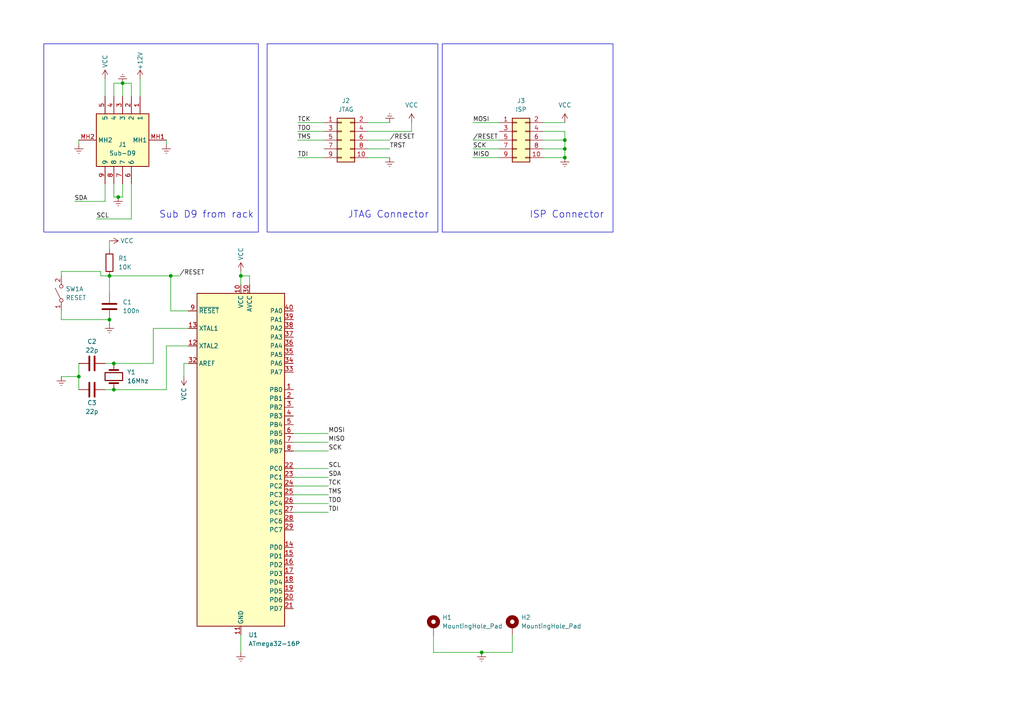
<source format=kicad_sch>
(kicad_sch (version 20230121) (generator eeschema)
  (paper "A4")
  (lib_symbols
    (symbol "Connector_Generic:Conn_02x05_Odd_Even" (pin_names (offset 1.016) hide)
      (property "Reference" "J" (at 1.27 7.62 0))
      (property "Value" "Conn_02x05_Odd_Even" (at 1.27 -7.62 0))
      (symbol "Conn_02x05_Odd_Even_1_1"
        (rectangle (start -1.27 -4.953) (end 0 -5.207) (stroke (width 0.1524)))
        (rectangle (start -1.27 -2.413) (end 0 -2.667) (stroke (width 0.1524)))
        (rectangle (start -1.27 0.127) (end 0 -0.127) (stroke (width 0.1524)))
        (rectangle (start -1.27 2.667) (end 0 2.413) (stroke (width 0.1524)))
        (rectangle (start -1.27 5.207) (end 0 4.953) (stroke (width 0.1524)))
        (rectangle (start -1.27 6.35) (end 3.81 -6.35) (stroke (width 0.254)) (fill (type background)))
        (rectangle (start 3.81 -4.953) (end 2.54 -5.207) (stroke (width 0.1524)))
        (rectangle (start 3.81 -2.413) (end 2.54 -2.667) (stroke (width 0.1524)))
        (rectangle (start 3.81 0.127) (end 2.54 -0.127) (stroke (width 0.1524)))
        (rectangle (start 3.81 2.667) (end 2.54 2.413) (stroke (width 0.1524)))
        (rectangle (start 3.81 5.207) (end 2.54 4.953) (stroke (width 0.1524)))
        (pin passive line (at -5.08 5.08 0) (length 3.81) (name "Pin_1") (number "1"))
        (pin passive line (at 7.62 -5.08 180) (length 3.81) (name "Pin_10") (number "10"))
        (pin passive line (at 7.62 5.08 180) (length 3.81) (name "Pin_2") (number "2"))
        (pin passive line (at -5.08 2.54 0) (length 3.81) (name "Pin_3") (number "3"))
        (pin passive line (at 7.62 2.54 180) (length 3.81) (name "Pin_4") (number "4"))
        (pin passive line (at -5.08 0 0) (length 3.81) (name "Pin_5") (number "5"))
        (pin passive line (at 7.62 0 180) (length 3.81) (name "Pin_6") (number "6"))
        (pin passive line (at -5.08 -2.54 0) (length 3.81) (name "Pin_7") (number "7"))
        (pin passive line (at 7.62 -2.54 180) (length 3.81) (name "Pin_8") (number "8"))
        (pin passive line (at -5.08 -5.08 0) (length 3.81) (name "Pin_9") (number "9"))
      )
    )
    (symbol "Device:C" (pin_numbers hide) (pin_names (offset 0.254))
      (property "Reference" "C" (at 0.635 2.54 0))
      (property "Value" "C" (at 0.635 -2.54 0))
      (symbol "C_0_1"
        (polyline (pts (xy -2.032 -0.762) (xy 2.032 -0.762)) (stroke (width 0.508)))
        (polyline (pts (xy -2.032 0.762) (xy 2.032 0.762)) (stroke (width 0.508)))
      )
      (symbol "C_1_1"
        (pin passive line (at 0 3.81 270) (length 2.794) (name "~") (number "1"))
        (pin passive line (at 0 -3.81 90) (length 2.794) (name "~") (number "2"))
      )
    )
    (symbol "Device:Crystal" (pin_numbers hide) (pin_names (offset 1.016) hide)
      (property "Reference" "Y" (at 0 3.81 0))
      (property "Value" "Crystal" (at 0 -3.81 0))
      (symbol "Crystal_0_1"
        (rectangle (start -1.143 2.54) (end 1.143 -2.54) (stroke (width 0.3048)))
        (polyline (pts (xy -2.54 0) (xy -1.905 0)))
        (polyline (pts (xy -1.905 -1.27) (xy -1.905 1.27)) (stroke (width 0.508)))
        (polyline (pts (xy 1.905 -1.27) (xy 1.905 1.27)) (stroke (width 0.508)))
        (polyline (pts (xy 2.54 0) (xy 1.905 0)))
      )
      (symbol "Crystal_1_1"
        (pin passive line (at -3.81 0 0) (length 1.27) (name "1") (number "1"))
        (pin passive line (at 3.81 0 180) (length 1.27) (name "2") (number "2"))
      )
    )
    (symbol "Device:R" (pin_numbers hide) (pin_names (offset 0))
      (property "Reference" "R" (at 2.032 0 90))
      (property "Value" "R" (at 0 0 90))
      (symbol "R_0_1"
        (rectangle (start -1.016 -2.54) (end 1.016 2.54) (stroke (width 0.254)))
      )
      (symbol "R_1_1"
        (pin passive line (at 0 3.81 270) (length 1.27) (name "~") (number "1"))
        (pin passive line (at 0 -3.81 90) (length 1.27) (name "~") (number "2"))
      )
    )
    (symbol "Lib Perso:NFD17E09SAFC1DA"
      (property "Reference" "J" (at 21.59 12.7 0))
      (property "Value" "NFD17E09SAFC1DA" (at 21.59 10.16 0))
      (symbol "NFD17E09SAFC1DA_1_1"
        (rectangle (start 5.08 7.62) (end 20.32 -7.62) (stroke (width 0.254)) (fill (type background)))
        (pin passive line (at 17.78 12.7 270) (length 5.08) (name "1") (number "1"))
        (pin passive line (at 15.24 12.7 270) (length 5.08) (name "2") (number "2"))
        (pin passive line (at 12.7 12.7 270) (length 5.08) (name "3") (number "3"))
        (pin passive line (at 10.16 12.7 270) (length 5.08) (name "4") (number "4"))
        (pin passive line (at 7.62 12.7 270) (length 5.08) (name "5") (number "5"))
        (pin passive line (at 15.24 -12.7 90) (length 5.08) (name "6") (number "6"))
        (pin passive line (at 12.7 -12.7 90) (length 5.08) (name "7") (number "7"))
        (pin passive line (at 10.16 -12.7 90) (length 5.08) (name "8") (number "8"))
        (pin passive line (at 7.62 -12.7 90) (length 5.08) (name "9") (number "9"))
        (pin passive line (at 25.4 0 180) (length 5.08) (name "MH1") (number "MH1"))
        (pin passive line (at 0 0 0) (length 5.08) (name "MH2") (number "MH2"))
      )
    )
    (symbol "MCU_Microchip_ATmega:ATmega32-16P"
      (property "Reference" "U" (at -12.7 49.53 0))
      (property "Value" "ATmega32-16P" (at 2.54 -49.53 0))
      (symbol "ATmega32-16P_0_1"
        (rectangle (start -12.7 -48.26) (end 12.7 48.26) (stroke (width 0.254)) (fill (type background)))
      )
      (symbol "ATmega32-16P_1_1"
        (pin bidirectional line (at 15.24 20.32 180) (length 2.54) (name "PB0") (number "1"))
        (pin power_in line (at 0 50.8 270) (length 2.54) (name "VCC") (number "10"))
        (pin power_in line (at 0 -50.8 90) (length 2.54) (name "GND") (number "11"))
        (pin output line (at -15.24 33.02 0) (length 2.54) (name "XTAL2") (number "12"))
        (pin input line (at -15.24 38.1 0) (length 2.54) (name "XTAL1") (number "13"))
        (pin bidirectional line (at 15.24 -25.4 180) (length 2.54) (name "PD0") (number "14"))
        (pin bidirectional line (at 15.24 -27.94 180) (length 2.54) (name "PD1") (number "15"))
        (pin bidirectional line (at 15.24 -30.48 180) (length 2.54) (name "PD2") (number "16"))
        (pin bidirectional line (at 15.24 -33.02 180) (length 2.54) (name "PD3") (number "17"))
        (pin bidirectional line (at 15.24 -35.56 180) (length 2.54) (name "PD4") (number "18"))
        (pin bidirectional line (at 15.24 -38.1 180) (length 2.54) (name "PD5") (number "19"))
        (pin bidirectional line (at 15.24 17.78 180) (length 2.54) (name "PB1") (number "2"))
        (pin bidirectional line (at 15.24 -40.64 180) (length 2.54) (name "PD6") (number "20"))
        (pin bidirectional line (at 15.24 -43.18 180) (length 2.54) (name "PD7") (number "21"))
        (pin bidirectional line (at 15.24 -2.54 180) (length 2.54) (name "PC0") (number "22"))
        (pin bidirectional line (at 15.24 -5.08 180) (length 2.54) (name "PC1") (number "23"))
        (pin bidirectional line (at 15.24 -7.62 180) (length 2.54) (name "PC2") (number "24"))
        (pin bidirectional line (at 15.24 -10.16 180) (length 2.54) (name "PC3") (number "25"))
        (pin bidirectional line (at 15.24 -12.7 180) (length 2.54) (name "PC4") (number "26"))
        (pin bidirectional line (at 15.24 -15.24 180) (length 2.54) (name "PC5") (number "27"))
        (pin bidirectional line (at 15.24 -17.78 180) (length 2.54) (name "PC6") (number "28"))
        (pin bidirectional line (at 15.24 -20.32 180) (length 2.54) (name "PC7") (number "29"))
        (pin bidirectional line (at 15.24 15.24 180) (length 2.54) (name "PB2") (number "3"))
        (pin power_in line (at 2.54 50.8 270) (length 2.54) (name "AVCC") (number "30"))
        (pin passive line (at 0 -50.8 90) (length 2.54) hide (name "GND") (number "31"))
        (pin passive line (at -15.24 27.94 0) (length 2.54) (name "AREF") (number "32"))
        (pin bidirectional line (at 15.24 25.4 180) (length 2.54) (name "PA7") (number "33"))
        (pin bidirectional line (at 15.24 27.94 180) (length 2.54) (name "PA6") (number "34"))
        (pin bidirectional line (at 15.24 30.48 180) (length 2.54) (name "PA5") (number "35"))
        (pin bidirectional line (at 15.24 33.02 180) (length 2.54) (name "PA4") (number "36"))
        (pin bidirectional line (at 15.24 35.56 180) (length 2.54) (name "PA3") (number "37"))
        (pin bidirectional line (at 15.24 38.1 180) (length 2.54) (name "PA2") (number "38"))
        (pin bidirectional line (at 15.24 40.64 180) (length 2.54) (name "PA1") (number "39"))
        (pin bidirectional line (at 15.24 12.7 180) (length 2.54) (name "PB3") (number "4"))
        (pin bidirectional line (at 15.24 43.18 180) (length 2.54) (name "PA0") (number "40"))
        (pin bidirectional line (at 15.24 10.16 180) (length 2.54) (name "PB4") (number "5"))
        (pin bidirectional line (at 15.24 7.62 180) (length 2.54) (name "PB5") (number "6"))
        (pin bidirectional line (at 15.24 5.08 180) (length 2.54) (name "PB6") (number "7"))
        (pin bidirectional line (at 15.24 2.54 180) (length 2.54) (name "PB7") (number "8"))
        (pin input line (at -15.24 43.18 0) (length 2.54) (name "~{RESET}") (number "9"))
      )
    )
    (symbol "Mechanical:MountingHole_Pad" (pin_numbers hide) (pin_names (offset 1.016) hide)
      (property "Reference" "H" (at 0 6.35 0))
      (property "Value" "MountingHole_Pad" (at 0 4.445 0))
      (symbol "MountingHole_Pad_0_1"
        (circle (center 0 1.27) (radius 1.27) (stroke (width 1.27)))
      )
      (symbol "MountingHole_Pad_1_1"
        (pin input line (at 0 -2.54 90) (length 2.54) (name "1") (number "1"))
      )
    )
    (symbol "Switch:SW_DPST_x2" (pin_names (offset 0) hide)
      (property "Reference" "SW" (at 0 3.175 0))
      (property "Value" "SW_DPST_x2" (at 0 -2.54 0))
      (symbol "SW_DPST_x2_0_0"
        (circle (center -2.032 0) (radius 0.508))
        (polyline (pts (xy -1.524 0.254) (xy 1.524 1.778)))
        (circle (center 2.032 0) (radius 0.508))
      )
      (symbol "SW_DPST_x2_1_1"
        (pin passive line (at -5.08 0 0) (length 2.54) (name "A") (number "1"))
        (pin passive line (at 5.08 0 180) (length 2.54) (name "B") (number "2"))
      )
      (symbol "SW_DPST_x2_2_1"
        (pin passive line (at -5.08 0 0) (length 2.54) (name "A") (number "3"))
        (pin passive line (at 5.08 0 180) (length 2.54) (name "B") (number "4"))
      )
    )
    (symbol "power:+12V" (power) (pin_names (offset 0))
      (property "Value" "+12V" (at 0 3.556 0))
      (symbol "+12V_0_1"
        (polyline (pts (xy -0.762 1.27) (xy 0 2.54)))
        (polyline (pts (xy 0 0) (xy 0 2.54)))
        (polyline (pts (xy 0 2.54) (xy 0.762 1.27)))
      )
      (symbol "+12V_1_1"
        (pin power_in line (at 0 0 90) (length 0) hide (name "+12V") (number "1"))
      )
    )
    (symbol "power:GNDREF" (power) (pin_names (offset 0))
      (property "Value" "GNDREF" (at 0 -3.81 0))
      (symbol "GNDREF_0_1"
        (polyline (pts (xy -0.635 -1.905) (xy 0.635 -1.905)))
        (polyline (pts (xy -0.127 -2.54) (xy 0.127 -2.54)))
        (polyline (pts (xy 0 -1.27) (xy 0 0)))
        (polyline (pts (xy 1.27 -1.27) (xy -1.27 -1.27)))
      )
      (symbol "GNDREF_1_1"
        (pin power_in line (at 0 0 270) (length 0) hide (name "GNDREF") (number "1"))
      )
    )
    (symbol "power:VCC" (power) (pin_names (offset 0))
      (property "Value" "VCC" (at 0 3.81 0))
      (symbol "VCC_0_1"
        (polyline (pts (xy -0.762 1.27) (xy 0 2.54)))
        (polyline (pts (xy 0 0) (xy 0 2.54)))
        (polyline (pts (xy 0 2.54) (xy 0.762 1.27)))
      )
      (symbol "VCC_1_1"
        (pin power_in line (at 0 0 90) (length 0) hide (name "VCC") (number "1"))
      )
    )
  )
  (junction (at 33.02 113.03))
  (junction (at 31.75 80.01))
  (junction (at 34.29 57.15))
  (junction (at 33.02 105.41))
  (junction (at 31.75 92.71))
  (junction (at 49.53 80.01))
  (junction (at 163.83 40.64))
  (junction (at 139.7 189.23))
  (junction (at 163.83 43.18))
  (junction (at 22.86 109.22))
  (junction (at 163.83 45.72))
  (junction (at 69.85 80.01))
  (junction (at 35.56 24.13))
  (wire (pts (xy 86.36 45.72) (xy 93.98 45.72)))
  (wire (pts (xy 148.59 184.15) (xy 148.59 189.23)))
  (wire (pts (xy 33.02 27.94) (xy 33.02 24.13)))
  (wire (pts (xy 29.21 80.01) (xy 31.75 80.01)))
  (wire (pts (xy 69.85 80.01) (xy 69.85 82.55)))
  (wire (pts (xy 86.36 35.56) (xy 93.98 35.56)))
  (wire (pts (xy 48.26 100.33) (xy 48.26 113.03)))
  (wire (pts (xy 163.83 40.64) (xy 157.48 40.64)))
  (wire (pts (xy 17.78 78.74) (xy 29.21 78.74)))
  (wire (pts (xy 85.09 148.59) (xy 95.25 148.59)))
  (wire (pts (xy 163.83 40.64) (xy 163.83 43.18)))
  (wire (pts (xy 137.16 35.56) (xy 144.78 35.56)))
  (wire (pts (xy 85.09 138.43) (xy 95.25 138.43)))
  (wire (pts (xy 69.85 184.15) (xy 69.85 189.23)))
  (wire (pts (xy 22.86 105.41) (xy 22.86 109.22)))
  (wire (pts (xy 86.36 40.64) (xy 93.98 40.64)))
  (wire (pts (xy 31.75 80.01) (xy 49.53 80.01)))
  (wire (pts (xy 33.02 24.13) (xy 35.56 24.13)))
  (wire (pts (xy 44.45 95.25) (xy 44.45 105.41)))
  (wire (pts (xy 33.02 57.15) (xy 34.29 57.15)))
  (wire (pts (xy 35.56 57.15) (xy 34.29 57.15)))
  (wire (pts (xy 38.1 24.13) (xy 35.56 24.13)))
  (wire (pts (xy 69.85 78.74) (xy 69.85 80.01)))
  (wire (pts (xy 163.83 35.56) (xy 157.48 35.56)))
  (wire (pts (xy 38.1 53.34) (xy 38.1 63.5)))
  (wire (pts (xy 148.59 189.23) (xy 139.7 189.23)))
  (wire (pts (xy 125.73 189.23) (xy 139.7 189.23)))
  (wire (pts (xy 125.73 184.15) (xy 125.73 189.23)))
  (wire (pts (xy 35.56 24.13) (xy 35.56 27.94)))
  (wire (pts (xy 17.78 109.22) (xy 22.86 109.22)))
  (wire (pts (xy 106.68 43.18) (xy 113.03 43.18)))
  (wire (pts (xy 137.16 43.18) (xy 144.78 43.18)))
  (wire (pts (xy 163.83 43.18) (xy 163.83 45.72)))
  (wire (pts (xy 54.61 95.25) (xy 44.45 95.25)))
  (wire (pts (xy 137.16 40.64) (xy 144.78 40.64)))
  (wire (pts (xy 157.48 43.18) (xy 163.83 43.18)))
  (wire (pts (xy 72.39 80.01) (xy 69.85 80.01)))
  (wire (pts (xy 53.34 105.41) (xy 54.61 105.41)))
  (wire (pts (xy 137.16 45.72) (xy 144.78 45.72)))
  (wire (pts (xy 17.78 92.71) (xy 17.78 90.17)))
  (wire (pts (xy 31.75 92.71) (xy 31.75 93.98)))
  (wire (pts (xy 17.78 92.71) (xy 31.75 92.71)))
  (wire (pts (xy 33.02 53.34) (xy 33.02 57.15)))
  (wire (pts (xy 85.09 135.89) (xy 95.25 135.89)))
  (wire (pts (xy 106.68 45.72) (xy 113.03 45.72)))
  (wire (pts (xy 85.09 140.97) (xy 95.25 140.97)))
  (wire (pts (xy 85.09 146.05) (xy 95.25 146.05)))
  (wire (pts (xy 157.48 45.72) (xy 163.83 45.72)))
  (wire (pts (xy 30.48 113.03) (xy 33.02 113.03)))
  (wire (pts (xy 22.86 109.22) (xy 22.86 113.03)))
  (wire (pts (xy 106.68 35.56) (xy 113.03 35.56)))
  (wire (pts (xy 48.26 40.64) (xy 48.26 41.91)))
  (wire (pts (xy 40.64 22.86) (xy 40.64 27.94)))
  (wire (pts (xy 17.78 80.01) (xy 17.78 78.74)))
  (wire (pts (xy 31.75 69.85) (xy 31.75 72.39)))
  (wire (pts (xy 48.26 113.03) (xy 33.02 113.03)))
  (wire (pts (xy 85.09 130.81) (xy 95.25 130.81)))
  (wire (pts (xy 38.1 63.5) (xy 27.94 63.5)))
  (wire (pts (xy 49.53 90.17) (xy 49.53 80.01)))
  (wire (pts (xy 85.09 143.51) (xy 95.25 143.51)))
  (wire (pts (xy 30.48 105.41) (xy 33.02 105.41)))
  (wire (pts (xy 53.34 109.22) (xy 53.34 105.41)))
  (wire (pts (xy 44.45 105.41) (xy 33.02 105.41)))
  (wire (pts (xy 163.83 38.1) (xy 163.83 40.64)))
  (wire (pts (xy 49.53 80.01) (xy 52.07 80.01)))
  (wire (pts (xy 85.09 125.73) (xy 95.25 125.73)))
  (wire (pts (xy 72.39 82.55) (xy 72.39 80.01)))
  (wire (pts (xy 30.48 53.34) (xy 30.48 58.42)))
  (wire (pts (xy 22.86 40.64) (xy 22.86 41.91)))
  (wire (pts (xy 113.03 40.64) (xy 106.68 40.64)))
  (wire (pts (xy 31.75 80.01) (xy 31.75 85.09)))
  (wire (pts (xy 35.56 53.34) (xy 35.56 57.15)))
  (wire (pts (xy 54.61 100.33) (xy 48.26 100.33)))
  (wire (pts (xy 29.21 78.74) (xy 29.21 80.01)))
  (wire (pts (xy 106.68 38.1) (xy 119.38 38.1)))
  (wire (pts (xy 54.61 90.17) (xy 49.53 90.17)))
  (wire (pts (xy 38.1 27.94) (xy 38.1 24.13)))
  (wire (pts (xy 86.36 38.1) (xy 93.98 38.1)))
  (wire (pts (xy 119.38 35.56) (xy 119.38 38.1)))
  (wire (pts (xy 85.09 128.27) (xy 95.25 128.27)))
  (wire (pts (xy 30.48 58.42) (xy 21.59 58.42)))
  (wire (pts (xy 157.48 38.1) (xy 163.83 38.1)))
  (wire (pts (xy 30.48 22.86) (xy 30.48 27.94)))
  (rectangle (start 12.7 12.7) (end 74.93 67.31))
  (rectangle (start 128.27 12.7) (end 177.8 67.31))
  (rectangle (start 77.47 12.7) (end 127 67.31))
  (text "JTAG Connector" (at 124.46 63.5 0) (effects (font (size 2.0066 2.0066)) (justify right bottom)))
  (text "Sub D9 from rack" (at 73.66 63.5 0) (effects (font (size 2.0066 2.0066)) (justify right bottom)))
  (text "ISP Connector" (at 175.26 63.5 0) (effects (font (size 2.0066 2.0066)) (justify right bottom)))
  (label "TMS" (at 95.25 143.51 0))
  (label "SDA" (at 21.59 58.42 0))
  (label "TDI" (at 95.25 148.59 0))
  (label "MOSI" (at 137.16 35.56 0))
  (label "SCL" (at 27.94 63.5 0))
  (label "SCL" (at 95.25 135.89 0))
  (label "{slash}RESET" (at 52.07 80.01 0))
  (label "SDA" (at 95.25 138.43 0))
  (label "SCK" (at 95.25 130.81 0))
  (label "TCK" (at 86.36 35.56 0))
  (label "MISO" (at 137.16 45.72 0))
  (label "TCK" (at 95.25 140.97 0))
  (label "TDI" (at 86.36 45.72 0))
  (label "TMS" (at 86.36 40.64 0))
  (label "{slash}RESET" (at 113.03 40.64 0))
  (label "MISO" (at 95.25 128.27 0))
  (label "SCK" (at 137.16 43.18 0))
  (label "TDO" (at 86.36 38.1 0))
  (label "TDO" (at 95.25 146.05 0))
  (label "MOSI" (at 95.25 125.73 0))
  (label "TRST" (at 113.03 43.18 0))
  (label "{slash}RESET" (at 137.16 40.64 0))
  (symbol (lib_id "Device:C") (at 26.67 105.41 90) (unit 1)
    (property "Reference" "C2" (at 26.67 99.06 90))
    (property "Value" "22p" (at 26.67 101.6 90))
    (property "Footprint" "Capacitor_THT:C_Radial_D4.0mm_H5.0mm_P1.50mm" (effects hide))
  )
  (symbol (lib_id "power:GNDREF") (at 139.7 189.23 0) (mirror y) (unit 1)
    (property "Reference" "#PWR018" (effects hide))
    (property "Value" "GNDREF" (effects hide))
  )
  (symbol (lib_id "power:GNDREF") (at 163.83 45.72 0) (mirror y) (unit 1)
    (property "Reference" "#PWR011" (effects hide))
    (property "Value" "GNDREF" (effects hide))
  )
  (symbol (lib_id "power:VCC") (at 31.75 69.85 270) (unit 1)
    (property "Reference" "#PWR014" (effects hide))
    (property "Value" "VCC" (at 36.83 69.85 90))
  )
  (symbol (lib_id "power:GNDREF") (at 17.78 109.22 0) (mirror y) (unit 1)
    (property "Reference" "#PWR016" (effects hide))
    (property "Value" "GNDREF" (effects hide))
  )
  (symbol (lib_id "Mechanical:MountingHole_Pad") (at 125.73 181.61 0) (unit 1)
    (property "Reference" "H1" (at 128.27 179.07 0) (effects (justify left)))
    (property "Value" "MountingHole_Pad" (at 128.27 181.61 0) (effects (justify left)))
    (property "Footprint" "MountingHole:MountingHole_3.2mm_M3_Pad_Via" (effects hide))
  )
  (symbol (lib_id "Mechanical:MountingHole_Pad") (at 148.59 181.61 0) (unit 1)
    (property "Reference" "H2" (at 151.13 179.07 0) (effects (justify left)))
    (property "Value" "MountingHole_Pad" (at 151.13 181.61 0) (effects (justify left)))
    (property "Footprint" "MountingHole:MountingHole_3.2mm_M3_Pad_Via" (effects hide))
  )
  (symbol (lib_id "power:VCC") (at 53.34 109.22 180) (unit 1)
    (property "Reference" "#PWR012" (effects hide))
    (property "Value" "VCC" (at 53.34 114.3 90))
  )
  (symbol (lib_id "power:VCC") (at 69.85 78.74 0) (unit 1)
    (property "Reference" "#PWR013" (effects hide))
    (property "Value" "VCC" (at 69.85 73.66 90))
  )
  (symbol (lib_id "power:GNDREF") (at 34.29 57.15 0) (mirror y) (unit 1)
    (property "Reference" "#PWR03" (effects hide))
    (property "Value" "GNDREF" (effects hide))
  )
  (symbol (lib_id "power:GNDREF") (at 22.86 41.91 0) (mirror y) (unit 1)
    (property "Reference" "#PWR01" (effects hide))
    (property "Value" "GNDREF" (effects hide))
  )
  (symbol (lib_id "MCU_Microchip_ATmega:ATmega32-16P") (at 69.85 133.35 0) (unit 1)
    (property "Reference" "U1" (at 72.0441 184.15 0) (effects (justify left)))
    (property "Value" "ATmega32-16P" (at 72.0441 186.69 0) (effects (justify left)))
    (property "Footprint" "Package_DIP:DIP-40_W15.24mm" (effects hide))
    (property "Datasheet" "http://ww1.microchip.com/downloads/en/DeviceDoc/doc2503.pdf" (effects hide))
  )
  (symbol (lib_id "power:GNDREF") (at 35.56 24.13 0) (mirror x) (unit 1)
    (property "Reference" "#PWR04" (effects hide))
    (property "Value" "GNDREF" (effects hide))
  )
  (symbol (lib_id "Connector_Generic:Conn_02x05_Odd_Even") (at 149.86 40.64 0) (unit 1)
    (property "Reference" "J3" (at 151.13 29.21 0))
    (property "Value" "ISP" (at 151.13 31.75 0))
    (property "Footprint" "Connector_IDC:IDC-Header_2x05_P2.54mm_Vertical" (effects hide))
  )
  (symbol (lib_id "Switch:SW_DPST_x2") (at 17.78 85.09 90) (unit 1)
    (property "Reference" "SW1" (at 19.05 83.82 90) (effects (justify right)))
    (property "Value" "RESET" (at 19.05 86.36 90) (effects (justify right)))
    (property "Footprint" "Lib_Perso:PTS645SH952LFS" (effects hide))
  )
  (symbol (lib_id "Device:Crystal") (at 33.02 109.22 90) (unit 1)
    (property "Reference" "Y1" (at 36.83 107.95 90) (effects (justify right)))
    (property "Value" "16Mhz" (at 36.83 110.49 90) (effects (justify right)))
    (property "Footprint" "Crystal:Crystal_HC49-4H_Vertical" (effects hide))
  )
  (symbol (lib_id "power:GNDREF") (at 113.03 35.56 0) (mirror x) (unit 1)
    (property "Reference" "#PWR08" (effects hide))
    (property "Value" "GNDREF" (effects hide))
  )
  (symbol (lib_id "power:GNDREF") (at 31.75 93.98 0) (mirror y) (unit 1)
    (property "Reference" "#PWR015" (effects hide))
    (property "Value" "GNDREF" (effects hide))
  )
  (symbol (lib_id "Device:C") (at 26.67 113.03 90) (unit 1)
    (property "Reference" "C3" (at 26.67 116.84 90))
    (property "Value" "22p" (at 26.67 119.38 90))
    (property "Footprint" "Capacitor_THT:C_Radial_D4.0mm_H5.0mm_P1.50mm" (effects hide))
  )
  (symbol (lib_id "Device:C") (at 31.75 88.9 0) (unit 1)
    (property "Reference" "C1" (at 35.56 87.63 0) (effects (justify left)))
    (property "Value" "100n" (at 35.56 90.17 0) (effects (justify left)))
    (property "Footprint" "Capacitor_THT:C_Radial_D4.0mm_H5.0mm_P1.50mm" (effects hide))
  )
  (symbol (lib_id "Connector_Generic:Conn_02x05_Odd_Even") (at 99.06 40.64 0) (unit 1)
    (property "Reference" "J2" (at 100.33 29.21 0))
    (property "Value" "JTAG" (at 100.33 31.75 0))
    (property "Footprint" "Connector_IDC:IDC-Header_2x05_P2.54mm_Vertical" (effects hide))
  )
  (symbol (lib_id "power:GNDREF") (at 69.85 189.23 0) (mirror y) (unit 1)
    (property "Reference" "#PWR017" (effects hide))
    (property "Value" "GNDREF" (effects hide))
  )
  (symbol (lib_id "power:+12V") (at 40.64 22.86 0) (unit 1)
    (property "Reference" "#PWR05" (effects hide))
    (property "Value" "+12V" (at 40.64 20.32 90) (effects (justify left)))
  )
  (symbol (lib_id "power:VCC") (at 119.38 35.56 0) (unit 1)
    (property "Reference" "#PWR09" (effects hide))
    (property "Value" "VCC" (at 119.38 30.48 0))
  )
  (symbol (lib_id "Device:R") (at 31.75 76.2 0) (unit 1)
    (property "Reference" "R1" (at 34.29 74.93 0) (effects (justify left)))
    (property "Value" "10K" (at 34.29 77.47 0) (effects (justify left)))
    (property "Footprint" "Resistor_THT:R_Axial_DIN0207_L6.3mm_D2.5mm_P10.16mm_Horizontal" (effects hide))
  )
  (symbol (lib_id "power:GNDREF") (at 113.03 45.72 0) (mirror y) (unit 1)
    (property "Reference" "#PWR07" (effects hide))
    (property "Value" "GNDREF" (effects hide))
  )
  (symbol (lib_id "power:VCC") (at 30.48 22.86 0) (unit 1)
    (property "Reference" "#PWR02" (effects hide))
    (property "Value" "VCC" (at 30.48 17.78 90))
  )
  (symbol (lib_id "power:GNDREF") (at 48.26 41.91 0) (mirror y) (unit 1)
    (property "Reference" "#PWR06" (effects hide))
    (property "Value" "GNDREF" (effects hide))
  )
  (symbol (lib_id "power:VCC") (at 163.83 35.56 0) (unit 1)
    (property "Reference" "#PWR010" (effects hide))
    (property "Value" "VCC" (at 163.83 30.48 0))
  )
  (symbol (lib_id "Lib Perso:NFD17E09SAFC1DA") (at 22.86 40.64 0) (unit 1)
    (property "Reference" "J1" (at 35.56 41.91 0))
    (property "Value" "Sub-D9" (at 35.56 44.45 0))
    (property "Footprint" "Lib_Perso:NFD17E09SAFC1DA" (effects hide))
    (property "Datasheet" "https://cdn.amphenol-cs.com/media/wysiwyg/files/drawing/p-nfd17-xxxsa-fc1d-a.pdf" (effects hide))
    (property "Height" "12.93" (effects hide))
    (property "Manufacturer_Name" "Amphenol Communications Solutions" (effects hide))
    (property "Manufacturer_Part_Number" "NFD17E09SAFC1DA" (effects hide))
  )
)
</source>
